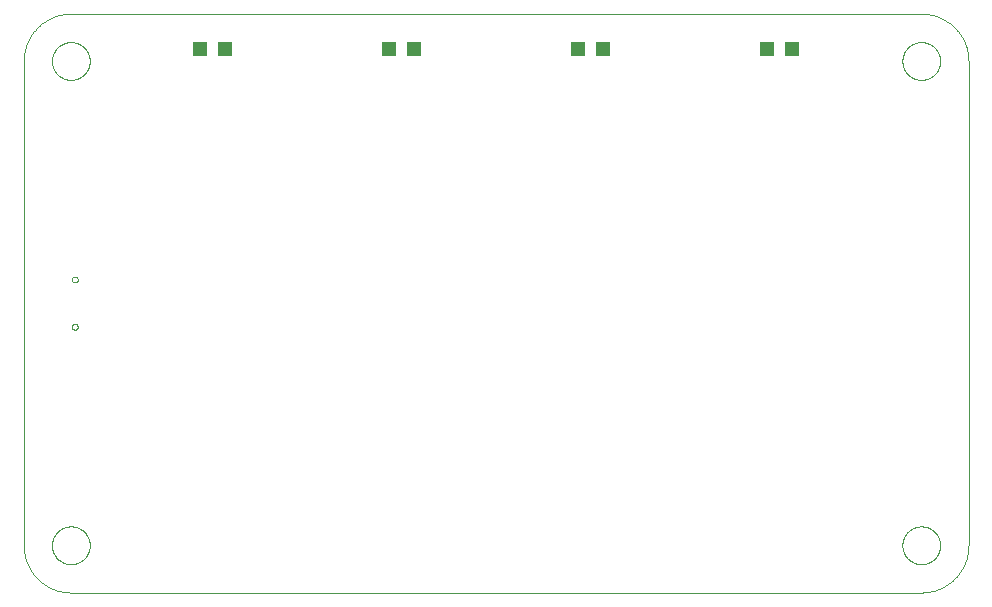
<source format=gbp>
G75*
%MOIN*%
%OFA0B0*%
%FSLAX25Y25*%
%IPPOS*%
%LPD*%
%AMOC8*
5,1,8,0,0,1.08239X$1,22.5*
%
%ADD10R,0.04724X0.04724*%
%ADD11C,0.00000*%
D10*
X0113039Y0235814D03*
X0121307Y0235814D03*
X0176031Y0235814D03*
X0184299Y0235814D03*
X0239024Y0235814D03*
X0247291Y0235814D03*
X0302016Y0235814D03*
X0310283Y0235814D03*
D11*
X0353394Y0054711D02*
X0069929Y0054711D01*
X0063630Y0070459D02*
X0063632Y0070617D01*
X0063638Y0070775D01*
X0063648Y0070933D01*
X0063662Y0071091D01*
X0063680Y0071248D01*
X0063701Y0071405D01*
X0063727Y0071561D01*
X0063757Y0071717D01*
X0063790Y0071872D01*
X0063828Y0072025D01*
X0063869Y0072178D01*
X0063914Y0072330D01*
X0063963Y0072481D01*
X0064016Y0072630D01*
X0064072Y0072778D01*
X0064132Y0072924D01*
X0064196Y0073069D01*
X0064264Y0073212D01*
X0064335Y0073354D01*
X0064409Y0073494D01*
X0064487Y0073631D01*
X0064569Y0073767D01*
X0064653Y0073901D01*
X0064742Y0074032D01*
X0064833Y0074161D01*
X0064928Y0074288D01*
X0065025Y0074413D01*
X0065126Y0074535D01*
X0065230Y0074654D01*
X0065337Y0074771D01*
X0065447Y0074885D01*
X0065560Y0074996D01*
X0065675Y0075105D01*
X0065793Y0075210D01*
X0065914Y0075312D01*
X0066037Y0075412D01*
X0066163Y0075508D01*
X0066291Y0075601D01*
X0066421Y0075691D01*
X0066554Y0075777D01*
X0066689Y0075861D01*
X0066825Y0075940D01*
X0066964Y0076017D01*
X0067105Y0076089D01*
X0067247Y0076159D01*
X0067391Y0076224D01*
X0067537Y0076286D01*
X0067684Y0076344D01*
X0067833Y0076399D01*
X0067983Y0076450D01*
X0068134Y0076497D01*
X0068286Y0076540D01*
X0068439Y0076579D01*
X0068594Y0076615D01*
X0068749Y0076646D01*
X0068905Y0076674D01*
X0069061Y0076698D01*
X0069218Y0076718D01*
X0069376Y0076734D01*
X0069533Y0076746D01*
X0069692Y0076754D01*
X0069850Y0076758D01*
X0070008Y0076758D01*
X0070166Y0076754D01*
X0070325Y0076746D01*
X0070482Y0076734D01*
X0070640Y0076718D01*
X0070797Y0076698D01*
X0070953Y0076674D01*
X0071109Y0076646D01*
X0071264Y0076615D01*
X0071419Y0076579D01*
X0071572Y0076540D01*
X0071724Y0076497D01*
X0071875Y0076450D01*
X0072025Y0076399D01*
X0072174Y0076344D01*
X0072321Y0076286D01*
X0072467Y0076224D01*
X0072611Y0076159D01*
X0072753Y0076089D01*
X0072894Y0076017D01*
X0073033Y0075940D01*
X0073169Y0075861D01*
X0073304Y0075777D01*
X0073437Y0075691D01*
X0073567Y0075601D01*
X0073695Y0075508D01*
X0073821Y0075412D01*
X0073944Y0075312D01*
X0074065Y0075210D01*
X0074183Y0075105D01*
X0074298Y0074996D01*
X0074411Y0074885D01*
X0074521Y0074771D01*
X0074628Y0074654D01*
X0074732Y0074535D01*
X0074833Y0074413D01*
X0074930Y0074288D01*
X0075025Y0074161D01*
X0075116Y0074032D01*
X0075205Y0073901D01*
X0075289Y0073767D01*
X0075371Y0073631D01*
X0075449Y0073494D01*
X0075523Y0073354D01*
X0075594Y0073212D01*
X0075662Y0073069D01*
X0075726Y0072924D01*
X0075786Y0072778D01*
X0075842Y0072630D01*
X0075895Y0072481D01*
X0075944Y0072330D01*
X0075989Y0072178D01*
X0076030Y0072025D01*
X0076068Y0071872D01*
X0076101Y0071717D01*
X0076131Y0071561D01*
X0076157Y0071405D01*
X0076178Y0071248D01*
X0076196Y0071091D01*
X0076210Y0070933D01*
X0076220Y0070775D01*
X0076226Y0070617D01*
X0076228Y0070459D01*
X0076226Y0070301D01*
X0076220Y0070143D01*
X0076210Y0069985D01*
X0076196Y0069827D01*
X0076178Y0069670D01*
X0076157Y0069513D01*
X0076131Y0069357D01*
X0076101Y0069201D01*
X0076068Y0069046D01*
X0076030Y0068893D01*
X0075989Y0068740D01*
X0075944Y0068588D01*
X0075895Y0068437D01*
X0075842Y0068288D01*
X0075786Y0068140D01*
X0075726Y0067994D01*
X0075662Y0067849D01*
X0075594Y0067706D01*
X0075523Y0067564D01*
X0075449Y0067424D01*
X0075371Y0067287D01*
X0075289Y0067151D01*
X0075205Y0067017D01*
X0075116Y0066886D01*
X0075025Y0066757D01*
X0074930Y0066630D01*
X0074833Y0066505D01*
X0074732Y0066383D01*
X0074628Y0066264D01*
X0074521Y0066147D01*
X0074411Y0066033D01*
X0074298Y0065922D01*
X0074183Y0065813D01*
X0074065Y0065708D01*
X0073944Y0065606D01*
X0073821Y0065506D01*
X0073695Y0065410D01*
X0073567Y0065317D01*
X0073437Y0065227D01*
X0073304Y0065141D01*
X0073169Y0065057D01*
X0073033Y0064978D01*
X0072894Y0064901D01*
X0072753Y0064829D01*
X0072611Y0064759D01*
X0072467Y0064694D01*
X0072321Y0064632D01*
X0072174Y0064574D01*
X0072025Y0064519D01*
X0071875Y0064468D01*
X0071724Y0064421D01*
X0071572Y0064378D01*
X0071419Y0064339D01*
X0071264Y0064303D01*
X0071109Y0064272D01*
X0070953Y0064244D01*
X0070797Y0064220D01*
X0070640Y0064200D01*
X0070482Y0064184D01*
X0070325Y0064172D01*
X0070166Y0064164D01*
X0070008Y0064160D01*
X0069850Y0064160D01*
X0069692Y0064164D01*
X0069533Y0064172D01*
X0069376Y0064184D01*
X0069218Y0064200D01*
X0069061Y0064220D01*
X0068905Y0064244D01*
X0068749Y0064272D01*
X0068594Y0064303D01*
X0068439Y0064339D01*
X0068286Y0064378D01*
X0068134Y0064421D01*
X0067983Y0064468D01*
X0067833Y0064519D01*
X0067684Y0064574D01*
X0067537Y0064632D01*
X0067391Y0064694D01*
X0067247Y0064759D01*
X0067105Y0064829D01*
X0066964Y0064901D01*
X0066825Y0064978D01*
X0066689Y0065057D01*
X0066554Y0065141D01*
X0066421Y0065227D01*
X0066291Y0065317D01*
X0066163Y0065410D01*
X0066037Y0065506D01*
X0065914Y0065606D01*
X0065793Y0065708D01*
X0065675Y0065813D01*
X0065560Y0065922D01*
X0065447Y0066033D01*
X0065337Y0066147D01*
X0065230Y0066264D01*
X0065126Y0066383D01*
X0065025Y0066505D01*
X0064928Y0066630D01*
X0064833Y0066757D01*
X0064742Y0066886D01*
X0064653Y0067017D01*
X0064569Y0067151D01*
X0064487Y0067287D01*
X0064409Y0067424D01*
X0064335Y0067564D01*
X0064264Y0067706D01*
X0064196Y0067849D01*
X0064132Y0067994D01*
X0064072Y0068140D01*
X0064016Y0068288D01*
X0063963Y0068437D01*
X0063914Y0068588D01*
X0063869Y0068740D01*
X0063828Y0068893D01*
X0063790Y0069046D01*
X0063757Y0069201D01*
X0063727Y0069357D01*
X0063701Y0069513D01*
X0063680Y0069670D01*
X0063662Y0069827D01*
X0063648Y0069985D01*
X0063638Y0070143D01*
X0063632Y0070301D01*
X0063630Y0070459D01*
X0054181Y0070459D02*
X0054186Y0070078D01*
X0054199Y0069698D01*
X0054222Y0069318D01*
X0054255Y0068939D01*
X0054296Y0068561D01*
X0054346Y0068184D01*
X0054406Y0067808D01*
X0054474Y0067433D01*
X0054552Y0067061D01*
X0054639Y0066690D01*
X0054734Y0066322D01*
X0054839Y0065956D01*
X0054952Y0065593D01*
X0055074Y0065232D01*
X0055204Y0064875D01*
X0055344Y0064521D01*
X0055491Y0064170D01*
X0055648Y0063823D01*
X0055812Y0063480D01*
X0055985Y0063141D01*
X0056166Y0062806D01*
X0056355Y0062475D01*
X0056552Y0062150D01*
X0056756Y0061829D01*
X0056969Y0061513D01*
X0057189Y0061203D01*
X0057416Y0060897D01*
X0057651Y0060598D01*
X0057893Y0060304D01*
X0058141Y0060016D01*
X0058397Y0059734D01*
X0058660Y0059459D01*
X0058929Y0059190D01*
X0059204Y0058927D01*
X0059486Y0058671D01*
X0059774Y0058423D01*
X0060068Y0058181D01*
X0060367Y0057946D01*
X0060673Y0057719D01*
X0060983Y0057499D01*
X0061299Y0057286D01*
X0061620Y0057082D01*
X0061945Y0056885D01*
X0062276Y0056696D01*
X0062611Y0056515D01*
X0062950Y0056342D01*
X0063293Y0056178D01*
X0063640Y0056021D01*
X0063991Y0055874D01*
X0064345Y0055734D01*
X0064702Y0055604D01*
X0065063Y0055482D01*
X0065426Y0055369D01*
X0065792Y0055264D01*
X0066160Y0055169D01*
X0066531Y0055082D01*
X0066903Y0055004D01*
X0067278Y0054936D01*
X0067654Y0054876D01*
X0068031Y0054826D01*
X0068409Y0054785D01*
X0068788Y0054752D01*
X0069168Y0054729D01*
X0069548Y0054716D01*
X0069929Y0054711D01*
X0054181Y0070459D02*
X0054181Y0231877D01*
X0063630Y0231877D02*
X0063632Y0232035D01*
X0063638Y0232193D01*
X0063648Y0232351D01*
X0063662Y0232509D01*
X0063680Y0232666D01*
X0063701Y0232823D01*
X0063727Y0232979D01*
X0063757Y0233135D01*
X0063790Y0233290D01*
X0063828Y0233443D01*
X0063869Y0233596D01*
X0063914Y0233748D01*
X0063963Y0233899D01*
X0064016Y0234048D01*
X0064072Y0234196D01*
X0064132Y0234342D01*
X0064196Y0234487D01*
X0064264Y0234630D01*
X0064335Y0234772D01*
X0064409Y0234912D01*
X0064487Y0235049D01*
X0064569Y0235185D01*
X0064653Y0235319D01*
X0064742Y0235450D01*
X0064833Y0235579D01*
X0064928Y0235706D01*
X0065025Y0235831D01*
X0065126Y0235953D01*
X0065230Y0236072D01*
X0065337Y0236189D01*
X0065447Y0236303D01*
X0065560Y0236414D01*
X0065675Y0236523D01*
X0065793Y0236628D01*
X0065914Y0236730D01*
X0066037Y0236830D01*
X0066163Y0236926D01*
X0066291Y0237019D01*
X0066421Y0237109D01*
X0066554Y0237195D01*
X0066689Y0237279D01*
X0066825Y0237358D01*
X0066964Y0237435D01*
X0067105Y0237507D01*
X0067247Y0237577D01*
X0067391Y0237642D01*
X0067537Y0237704D01*
X0067684Y0237762D01*
X0067833Y0237817D01*
X0067983Y0237868D01*
X0068134Y0237915D01*
X0068286Y0237958D01*
X0068439Y0237997D01*
X0068594Y0238033D01*
X0068749Y0238064D01*
X0068905Y0238092D01*
X0069061Y0238116D01*
X0069218Y0238136D01*
X0069376Y0238152D01*
X0069533Y0238164D01*
X0069692Y0238172D01*
X0069850Y0238176D01*
X0070008Y0238176D01*
X0070166Y0238172D01*
X0070325Y0238164D01*
X0070482Y0238152D01*
X0070640Y0238136D01*
X0070797Y0238116D01*
X0070953Y0238092D01*
X0071109Y0238064D01*
X0071264Y0238033D01*
X0071419Y0237997D01*
X0071572Y0237958D01*
X0071724Y0237915D01*
X0071875Y0237868D01*
X0072025Y0237817D01*
X0072174Y0237762D01*
X0072321Y0237704D01*
X0072467Y0237642D01*
X0072611Y0237577D01*
X0072753Y0237507D01*
X0072894Y0237435D01*
X0073033Y0237358D01*
X0073169Y0237279D01*
X0073304Y0237195D01*
X0073437Y0237109D01*
X0073567Y0237019D01*
X0073695Y0236926D01*
X0073821Y0236830D01*
X0073944Y0236730D01*
X0074065Y0236628D01*
X0074183Y0236523D01*
X0074298Y0236414D01*
X0074411Y0236303D01*
X0074521Y0236189D01*
X0074628Y0236072D01*
X0074732Y0235953D01*
X0074833Y0235831D01*
X0074930Y0235706D01*
X0075025Y0235579D01*
X0075116Y0235450D01*
X0075205Y0235319D01*
X0075289Y0235185D01*
X0075371Y0235049D01*
X0075449Y0234912D01*
X0075523Y0234772D01*
X0075594Y0234630D01*
X0075662Y0234487D01*
X0075726Y0234342D01*
X0075786Y0234196D01*
X0075842Y0234048D01*
X0075895Y0233899D01*
X0075944Y0233748D01*
X0075989Y0233596D01*
X0076030Y0233443D01*
X0076068Y0233290D01*
X0076101Y0233135D01*
X0076131Y0232979D01*
X0076157Y0232823D01*
X0076178Y0232666D01*
X0076196Y0232509D01*
X0076210Y0232351D01*
X0076220Y0232193D01*
X0076226Y0232035D01*
X0076228Y0231877D01*
X0076226Y0231719D01*
X0076220Y0231561D01*
X0076210Y0231403D01*
X0076196Y0231245D01*
X0076178Y0231088D01*
X0076157Y0230931D01*
X0076131Y0230775D01*
X0076101Y0230619D01*
X0076068Y0230464D01*
X0076030Y0230311D01*
X0075989Y0230158D01*
X0075944Y0230006D01*
X0075895Y0229855D01*
X0075842Y0229706D01*
X0075786Y0229558D01*
X0075726Y0229412D01*
X0075662Y0229267D01*
X0075594Y0229124D01*
X0075523Y0228982D01*
X0075449Y0228842D01*
X0075371Y0228705D01*
X0075289Y0228569D01*
X0075205Y0228435D01*
X0075116Y0228304D01*
X0075025Y0228175D01*
X0074930Y0228048D01*
X0074833Y0227923D01*
X0074732Y0227801D01*
X0074628Y0227682D01*
X0074521Y0227565D01*
X0074411Y0227451D01*
X0074298Y0227340D01*
X0074183Y0227231D01*
X0074065Y0227126D01*
X0073944Y0227024D01*
X0073821Y0226924D01*
X0073695Y0226828D01*
X0073567Y0226735D01*
X0073437Y0226645D01*
X0073304Y0226559D01*
X0073169Y0226475D01*
X0073033Y0226396D01*
X0072894Y0226319D01*
X0072753Y0226247D01*
X0072611Y0226177D01*
X0072467Y0226112D01*
X0072321Y0226050D01*
X0072174Y0225992D01*
X0072025Y0225937D01*
X0071875Y0225886D01*
X0071724Y0225839D01*
X0071572Y0225796D01*
X0071419Y0225757D01*
X0071264Y0225721D01*
X0071109Y0225690D01*
X0070953Y0225662D01*
X0070797Y0225638D01*
X0070640Y0225618D01*
X0070482Y0225602D01*
X0070325Y0225590D01*
X0070166Y0225582D01*
X0070008Y0225578D01*
X0069850Y0225578D01*
X0069692Y0225582D01*
X0069533Y0225590D01*
X0069376Y0225602D01*
X0069218Y0225618D01*
X0069061Y0225638D01*
X0068905Y0225662D01*
X0068749Y0225690D01*
X0068594Y0225721D01*
X0068439Y0225757D01*
X0068286Y0225796D01*
X0068134Y0225839D01*
X0067983Y0225886D01*
X0067833Y0225937D01*
X0067684Y0225992D01*
X0067537Y0226050D01*
X0067391Y0226112D01*
X0067247Y0226177D01*
X0067105Y0226247D01*
X0066964Y0226319D01*
X0066825Y0226396D01*
X0066689Y0226475D01*
X0066554Y0226559D01*
X0066421Y0226645D01*
X0066291Y0226735D01*
X0066163Y0226828D01*
X0066037Y0226924D01*
X0065914Y0227024D01*
X0065793Y0227126D01*
X0065675Y0227231D01*
X0065560Y0227340D01*
X0065447Y0227451D01*
X0065337Y0227565D01*
X0065230Y0227682D01*
X0065126Y0227801D01*
X0065025Y0227923D01*
X0064928Y0228048D01*
X0064833Y0228175D01*
X0064742Y0228304D01*
X0064653Y0228435D01*
X0064569Y0228569D01*
X0064487Y0228705D01*
X0064409Y0228842D01*
X0064335Y0228982D01*
X0064264Y0229124D01*
X0064196Y0229267D01*
X0064132Y0229412D01*
X0064072Y0229558D01*
X0064016Y0229706D01*
X0063963Y0229855D01*
X0063914Y0230006D01*
X0063869Y0230158D01*
X0063828Y0230311D01*
X0063790Y0230464D01*
X0063757Y0230619D01*
X0063727Y0230775D01*
X0063701Y0230931D01*
X0063680Y0231088D01*
X0063662Y0231245D01*
X0063648Y0231403D01*
X0063638Y0231561D01*
X0063632Y0231719D01*
X0063630Y0231877D01*
X0054181Y0231877D02*
X0054186Y0232258D01*
X0054199Y0232638D01*
X0054222Y0233018D01*
X0054255Y0233397D01*
X0054296Y0233775D01*
X0054346Y0234152D01*
X0054406Y0234528D01*
X0054474Y0234903D01*
X0054552Y0235275D01*
X0054639Y0235646D01*
X0054734Y0236014D01*
X0054839Y0236380D01*
X0054952Y0236743D01*
X0055074Y0237104D01*
X0055204Y0237461D01*
X0055344Y0237815D01*
X0055491Y0238166D01*
X0055648Y0238513D01*
X0055812Y0238856D01*
X0055985Y0239195D01*
X0056166Y0239530D01*
X0056355Y0239861D01*
X0056552Y0240186D01*
X0056756Y0240507D01*
X0056969Y0240823D01*
X0057189Y0241133D01*
X0057416Y0241439D01*
X0057651Y0241738D01*
X0057893Y0242032D01*
X0058141Y0242320D01*
X0058397Y0242602D01*
X0058660Y0242877D01*
X0058929Y0243146D01*
X0059204Y0243409D01*
X0059486Y0243665D01*
X0059774Y0243913D01*
X0060068Y0244155D01*
X0060367Y0244390D01*
X0060673Y0244617D01*
X0060983Y0244837D01*
X0061299Y0245050D01*
X0061620Y0245254D01*
X0061945Y0245451D01*
X0062276Y0245640D01*
X0062611Y0245821D01*
X0062950Y0245994D01*
X0063293Y0246158D01*
X0063640Y0246315D01*
X0063991Y0246462D01*
X0064345Y0246602D01*
X0064702Y0246732D01*
X0065063Y0246854D01*
X0065426Y0246967D01*
X0065792Y0247072D01*
X0066160Y0247167D01*
X0066531Y0247254D01*
X0066903Y0247332D01*
X0067278Y0247400D01*
X0067654Y0247460D01*
X0068031Y0247510D01*
X0068409Y0247551D01*
X0068788Y0247584D01*
X0069168Y0247607D01*
X0069548Y0247620D01*
X0069929Y0247625D01*
X0353394Y0247625D01*
X0347095Y0231877D02*
X0347097Y0232035D01*
X0347103Y0232193D01*
X0347113Y0232351D01*
X0347127Y0232509D01*
X0347145Y0232666D01*
X0347166Y0232823D01*
X0347192Y0232979D01*
X0347222Y0233135D01*
X0347255Y0233290D01*
X0347293Y0233443D01*
X0347334Y0233596D01*
X0347379Y0233748D01*
X0347428Y0233899D01*
X0347481Y0234048D01*
X0347537Y0234196D01*
X0347597Y0234342D01*
X0347661Y0234487D01*
X0347729Y0234630D01*
X0347800Y0234772D01*
X0347874Y0234912D01*
X0347952Y0235049D01*
X0348034Y0235185D01*
X0348118Y0235319D01*
X0348207Y0235450D01*
X0348298Y0235579D01*
X0348393Y0235706D01*
X0348490Y0235831D01*
X0348591Y0235953D01*
X0348695Y0236072D01*
X0348802Y0236189D01*
X0348912Y0236303D01*
X0349025Y0236414D01*
X0349140Y0236523D01*
X0349258Y0236628D01*
X0349379Y0236730D01*
X0349502Y0236830D01*
X0349628Y0236926D01*
X0349756Y0237019D01*
X0349886Y0237109D01*
X0350019Y0237195D01*
X0350154Y0237279D01*
X0350290Y0237358D01*
X0350429Y0237435D01*
X0350570Y0237507D01*
X0350712Y0237577D01*
X0350856Y0237642D01*
X0351002Y0237704D01*
X0351149Y0237762D01*
X0351298Y0237817D01*
X0351448Y0237868D01*
X0351599Y0237915D01*
X0351751Y0237958D01*
X0351904Y0237997D01*
X0352059Y0238033D01*
X0352214Y0238064D01*
X0352370Y0238092D01*
X0352526Y0238116D01*
X0352683Y0238136D01*
X0352841Y0238152D01*
X0352998Y0238164D01*
X0353157Y0238172D01*
X0353315Y0238176D01*
X0353473Y0238176D01*
X0353631Y0238172D01*
X0353790Y0238164D01*
X0353947Y0238152D01*
X0354105Y0238136D01*
X0354262Y0238116D01*
X0354418Y0238092D01*
X0354574Y0238064D01*
X0354729Y0238033D01*
X0354884Y0237997D01*
X0355037Y0237958D01*
X0355189Y0237915D01*
X0355340Y0237868D01*
X0355490Y0237817D01*
X0355639Y0237762D01*
X0355786Y0237704D01*
X0355932Y0237642D01*
X0356076Y0237577D01*
X0356218Y0237507D01*
X0356359Y0237435D01*
X0356498Y0237358D01*
X0356634Y0237279D01*
X0356769Y0237195D01*
X0356902Y0237109D01*
X0357032Y0237019D01*
X0357160Y0236926D01*
X0357286Y0236830D01*
X0357409Y0236730D01*
X0357530Y0236628D01*
X0357648Y0236523D01*
X0357763Y0236414D01*
X0357876Y0236303D01*
X0357986Y0236189D01*
X0358093Y0236072D01*
X0358197Y0235953D01*
X0358298Y0235831D01*
X0358395Y0235706D01*
X0358490Y0235579D01*
X0358581Y0235450D01*
X0358670Y0235319D01*
X0358754Y0235185D01*
X0358836Y0235049D01*
X0358914Y0234912D01*
X0358988Y0234772D01*
X0359059Y0234630D01*
X0359127Y0234487D01*
X0359191Y0234342D01*
X0359251Y0234196D01*
X0359307Y0234048D01*
X0359360Y0233899D01*
X0359409Y0233748D01*
X0359454Y0233596D01*
X0359495Y0233443D01*
X0359533Y0233290D01*
X0359566Y0233135D01*
X0359596Y0232979D01*
X0359622Y0232823D01*
X0359643Y0232666D01*
X0359661Y0232509D01*
X0359675Y0232351D01*
X0359685Y0232193D01*
X0359691Y0232035D01*
X0359693Y0231877D01*
X0359691Y0231719D01*
X0359685Y0231561D01*
X0359675Y0231403D01*
X0359661Y0231245D01*
X0359643Y0231088D01*
X0359622Y0230931D01*
X0359596Y0230775D01*
X0359566Y0230619D01*
X0359533Y0230464D01*
X0359495Y0230311D01*
X0359454Y0230158D01*
X0359409Y0230006D01*
X0359360Y0229855D01*
X0359307Y0229706D01*
X0359251Y0229558D01*
X0359191Y0229412D01*
X0359127Y0229267D01*
X0359059Y0229124D01*
X0358988Y0228982D01*
X0358914Y0228842D01*
X0358836Y0228705D01*
X0358754Y0228569D01*
X0358670Y0228435D01*
X0358581Y0228304D01*
X0358490Y0228175D01*
X0358395Y0228048D01*
X0358298Y0227923D01*
X0358197Y0227801D01*
X0358093Y0227682D01*
X0357986Y0227565D01*
X0357876Y0227451D01*
X0357763Y0227340D01*
X0357648Y0227231D01*
X0357530Y0227126D01*
X0357409Y0227024D01*
X0357286Y0226924D01*
X0357160Y0226828D01*
X0357032Y0226735D01*
X0356902Y0226645D01*
X0356769Y0226559D01*
X0356634Y0226475D01*
X0356498Y0226396D01*
X0356359Y0226319D01*
X0356218Y0226247D01*
X0356076Y0226177D01*
X0355932Y0226112D01*
X0355786Y0226050D01*
X0355639Y0225992D01*
X0355490Y0225937D01*
X0355340Y0225886D01*
X0355189Y0225839D01*
X0355037Y0225796D01*
X0354884Y0225757D01*
X0354729Y0225721D01*
X0354574Y0225690D01*
X0354418Y0225662D01*
X0354262Y0225638D01*
X0354105Y0225618D01*
X0353947Y0225602D01*
X0353790Y0225590D01*
X0353631Y0225582D01*
X0353473Y0225578D01*
X0353315Y0225578D01*
X0353157Y0225582D01*
X0352998Y0225590D01*
X0352841Y0225602D01*
X0352683Y0225618D01*
X0352526Y0225638D01*
X0352370Y0225662D01*
X0352214Y0225690D01*
X0352059Y0225721D01*
X0351904Y0225757D01*
X0351751Y0225796D01*
X0351599Y0225839D01*
X0351448Y0225886D01*
X0351298Y0225937D01*
X0351149Y0225992D01*
X0351002Y0226050D01*
X0350856Y0226112D01*
X0350712Y0226177D01*
X0350570Y0226247D01*
X0350429Y0226319D01*
X0350290Y0226396D01*
X0350154Y0226475D01*
X0350019Y0226559D01*
X0349886Y0226645D01*
X0349756Y0226735D01*
X0349628Y0226828D01*
X0349502Y0226924D01*
X0349379Y0227024D01*
X0349258Y0227126D01*
X0349140Y0227231D01*
X0349025Y0227340D01*
X0348912Y0227451D01*
X0348802Y0227565D01*
X0348695Y0227682D01*
X0348591Y0227801D01*
X0348490Y0227923D01*
X0348393Y0228048D01*
X0348298Y0228175D01*
X0348207Y0228304D01*
X0348118Y0228435D01*
X0348034Y0228569D01*
X0347952Y0228705D01*
X0347874Y0228842D01*
X0347800Y0228982D01*
X0347729Y0229124D01*
X0347661Y0229267D01*
X0347597Y0229412D01*
X0347537Y0229558D01*
X0347481Y0229706D01*
X0347428Y0229855D01*
X0347379Y0230006D01*
X0347334Y0230158D01*
X0347293Y0230311D01*
X0347255Y0230464D01*
X0347222Y0230619D01*
X0347192Y0230775D01*
X0347166Y0230931D01*
X0347145Y0231088D01*
X0347127Y0231245D01*
X0347113Y0231403D01*
X0347103Y0231561D01*
X0347097Y0231719D01*
X0347095Y0231877D01*
X0353394Y0247625D02*
X0353775Y0247620D01*
X0354155Y0247607D01*
X0354535Y0247584D01*
X0354914Y0247551D01*
X0355292Y0247510D01*
X0355669Y0247460D01*
X0356045Y0247400D01*
X0356420Y0247332D01*
X0356792Y0247254D01*
X0357163Y0247167D01*
X0357531Y0247072D01*
X0357897Y0246967D01*
X0358260Y0246854D01*
X0358621Y0246732D01*
X0358978Y0246602D01*
X0359332Y0246462D01*
X0359683Y0246315D01*
X0360030Y0246158D01*
X0360373Y0245994D01*
X0360712Y0245821D01*
X0361047Y0245640D01*
X0361378Y0245451D01*
X0361703Y0245254D01*
X0362024Y0245050D01*
X0362340Y0244837D01*
X0362650Y0244617D01*
X0362956Y0244390D01*
X0363255Y0244155D01*
X0363549Y0243913D01*
X0363837Y0243665D01*
X0364119Y0243409D01*
X0364394Y0243146D01*
X0364663Y0242877D01*
X0364926Y0242602D01*
X0365182Y0242320D01*
X0365430Y0242032D01*
X0365672Y0241738D01*
X0365907Y0241439D01*
X0366134Y0241133D01*
X0366354Y0240823D01*
X0366567Y0240507D01*
X0366771Y0240186D01*
X0366968Y0239861D01*
X0367157Y0239530D01*
X0367338Y0239195D01*
X0367511Y0238856D01*
X0367675Y0238513D01*
X0367832Y0238166D01*
X0367979Y0237815D01*
X0368119Y0237461D01*
X0368249Y0237104D01*
X0368371Y0236743D01*
X0368484Y0236380D01*
X0368589Y0236014D01*
X0368684Y0235646D01*
X0368771Y0235275D01*
X0368849Y0234903D01*
X0368917Y0234528D01*
X0368977Y0234152D01*
X0369027Y0233775D01*
X0369068Y0233397D01*
X0369101Y0233018D01*
X0369124Y0232638D01*
X0369137Y0232258D01*
X0369142Y0231877D01*
X0369142Y0070459D01*
X0347095Y0070459D02*
X0347097Y0070617D01*
X0347103Y0070775D01*
X0347113Y0070933D01*
X0347127Y0071091D01*
X0347145Y0071248D01*
X0347166Y0071405D01*
X0347192Y0071561D01*
X0347222Y0071717D01*
X0347255Y0071872D01*
X0347293Y0072025D01*
X0347334Y0072178D01*
X0347379Y0072330D01*
X0347428Y0072481D01*
X0347481Y0072630D01*
X0347537Y0072778D01*
X0347597Y0072924D01*
X0347661Y0073069D01*
X0347729Y0073212D01*
X0347800Y0073354D01*
X0347874Y0073494D01*
X0347952Y0073631D01*
X0348034Y0073767D01*
X0348118Y0073901D01*
X0348207Y0074032D01*
X0348298Y0074161D01*
X0348393Y0074288D01*
X0348490Y0074413D01*
X0348591Y0074535D01*
X0348695Y0074654D01*
X0348802Y0074771D01*
X0348912Y0074885D01*
X0349025Y0074996D01*
X0349140Y0075105D01*
X0349258Y0075210D01*
X0349379Y0075312D01*
X0349502Y0075412D01*
X0349628Y0075508D01*
X0349756Y0075601D01*
X0349886Y0075691D01*
X0350019Y0075777D01*
X0350154Y0075861D01*
X0350290Y0075940D01*
X0350429Y0076017D01*
X0350570Y0076089D01*
X0350712Y0076159D01*
X0350856Y0076224D01*
X0351002Y0076286D01*
X0351149Y0076344D01*
X0351298Y0076399D01*
X0351448Y0076450D01*
X0351599Y0076497D01*
X0351751Y0076540D01*
X0351904Y0076579D01*
X0352059Y0076615D01*
X0352214Y0076646D01*
X0352370Y0076674D01*
X0352526Y0076698D01*
X0352683Y0076718D01*
X0352841Y0076734D01*
X0352998Y0076746D01*
X0353157Y0076754D01*
X0353315Y0076758D01*
X0353473Y0076758D01*
X0353631Y0076754D01*
X0353790Y0076746D01*
X0353947Y0076734D01*
X0354105Y0076718D01*
X0354262Y0076698D01*
X0354418Y0076674D01*
X0354574Y0076646D01*
X0354729Y0076615D01*
X0354884Y0076579D01*
X0355037Y0076540D01*
X0355189Y0076497D01*
X0355340Y0076450D01*
X0355490Y0076399D01*
X0355639Y0076344D01*
X0355786Y0076286D01*
X0355932Y0076224D01*
X0356076Y0076159D01*
X0356218Y0076089D01*
X0356359Y0076017D01*
X0356498Y0075940D01*
X0356634Y0075861D01*
X0356769Y0075777D01*
X0356902Y0075691D01*
X0357032Y0075601D01*
X0357160Y0075508D01*
X0357286Y0075412D01*
X0357409Y0075312D01*
X0357530Y0075210D01*
X0357648Y0075105D01*
X0357763Y0074996D01*
X0357876Y0074885D01*
X0357986Y0074771D01*
X0358093Y0074654D01*
X0358197Y0074535D01*
X0358298Y0074413D01*
X0358395Y0074288D01*
X0358490Y0074161D01*
X0358581Y0074032D01*
X0358670Y0073901D01*
X0358754Y0073767D01*
X0358836Y0073631D01*
X0358914Y0073494D01*
X0358988Y0073354D01*
X0359059Y0073212D01*
X0359127Y0073069D01*
X0359191Y0072924D01*
X0359251Y0072778D01*
X0359307Y0072630D01*
X0359360Y0072481D01*
X0359409Y0072330D01*
X0359454Y0072178D01*
X0359495Y0072025D01*
X0359533Y0071872D01*
X0359566Y0071717D01*
X0359596Y0071561D01*
X0359622Y0071405D01*
X0359643Y0071248D01*
X0359661Y0071091D01*
X0359675Y0070933D01*
X0359685Y0070775D01*
X0359691Y0070617D01*
X0359693Y0070459D01*
X0359691Y0070301D01*
X0359685Y0070143D01*
X0359675Y0069985D01*
X0359661Y0069827D01*
X0359643Y0069670D01*
X0359622Y0069513D01*
X0359596Y0069357D01*
X0359566Y0069201D01*
X0359533Y0069046D01*
X0359495Y0068893D01*
X0359454Y0068740D01*
X0359409Y0068588D01*
X0359360Y0068437D01*
X0359307Y0068288D01*
X0359251Y0068140D01*
X0359191Y0067994D01*
X0359127Y0067849D01*
X0359059Y0067706D01*
X0358988Y0067564D01*
X0358914Y0067424D01*
X0358836Y0067287D01*
X0358754Y0067151D01*
X0358670Y0067017D01*
X0358581Y0066886D01*
X0358490Y0066757D01*
X0358395Y0066630D01*
X0358298Y0066505D01*
X0358197Y0066383D01*
X0358093Y0066264D01*
X0357986Y0066147D01*
X0357876Y0066033D01*
X0357763Y0065922D01*
X0357648Y0065813D01*
X0357530Y0065708D01*
X0357409Y0065606D01*
X0357286Y0065506D01*
X0357160Y0065410D01*
X0357032Y0065317D01*
X0356902Y0065227D01*
X0356769Y0065141D01*
X0356634Y0065057D01*
X0356498Y0064978D01*
X0356359Y0064901D01*
X0356218Y0064829D01*
X0356076Y0064759D01*
X0355932Y0064694D01*
X0355786Y0064632D01*
X0355639Y0064574D01*
X0355490Y0064519D01*
X0355340Y0064468D01*
X0355189Y0064421D01*
X0355037Y0064378D01*
X0354884Y0064339D01*
X0354729Y0064303D01*
X0354574Y0064272D01*
X0354418Y0064244D01*
X0354262Y0064220D01*
X0354105Y0064200D01*
X0353947Y0064184D01*
X0353790Y0064172D01*
X0353631Y0064164D01*
X0353473Y0064160D01*
X0353315Y0064160D01*
X0353157Y0064164D01*
X0352998Y0064172D01*
X0352841Y0064184D01*
X0352683Y0064200D01*
X0352526Y0064220D01*
X0352370Y0064244D01*
X0352214Y0064272D01*
X0352059Y0064303D01*
X0351904Y0064339D01*
X0351751Y0064378D01*
X0351599Y0064421D01*
X0351448Y0064468D01*
X0351298Y0064519D01*
X0351149Y0064574D01*
X0351002Y0064632D01*
X0350856Y0064694D01*
X0350712Y0064759D01*
X0350570Y0064829D01*
X0350429Y0064901D01*
X0350290Y0064978D01*
X0350154Y0065057D01*
X0350019Y0065141D01*
X0349886Y0065227D01*
X0349756Y0065317D01*
X0349628Y0065410D01*
X0349502Y0065506D01*
X0349379Y0065606D01*
X0349258Y0065708D01*
X0349140Y0065813D01*
X0349025Y0065922D01*
X0348912Y0066033D01*
X0348802Y0066147D01*
X0348695Y0066264D01*
X0348591Y0066383D01*
X0348490Y0066505D01*
X0348393Y0066630D01*
X0348298Y0066757D01*
X0348207Y0066886D01*
X0348118Y0067017D01*
X0348034Y0067151D01*
X0347952Y0067287D01*
X0347874Y0067424D01*
X0347800Y0067564D01*
X0347729Y0067706D01*
X0347661Y0067849D01*
X0347597Y0067994D01*
X0347537Y0068140D01*
X0347481Y0068288D01*
X0347428Y0068437D01*
X0347379Y0068588D01*
X0347334Y0068740D01*
X0347293Y0068893D01*
X0347255Y0069046D01*
X0347222Y0069201D01*
X0347192Y0069357D01*
X0347166Y0069513D01*
X0347145Y0069670D01*
X0347127Y0069827D01*
X0347113Y0069985D01*
X0347103Y0070143D01*
X0347097Y0070301D01*
X0347095Y0070459D01*
X0353394Y0054711D02*
X0353775Y0054716D01*
X0354155Y0054729D01*
X0354535Y0054752D01*
X0354914Y0054785D01*
X0355292Y0054826D01*
X0355669Y0054876D01*
X0356045Y0054936D01*
X0356420Y0055004D01*
X0356792Y0055082D01*
X0357163Y0055169D01*
X0357531Y0055264D01*
X0357897Y0055369D01*
X0358260Y0055482D01*
X0358621Y0055604D01*
X0358978Y0055734D01*
X0359332Y0055874D01*
X0359683Y0056021D01*
X0360030Y0056178D01*
X0360373Y0056342D01*
X0360712Y0056515D01*
X0361047Y0056696D01*
X0361378Y0056885D01*
X0361703Y0057082D01*
X0362024Y0057286D01*
X0362340Y0057499D01*
X0362650Y0057719D01*
X0362956Y0057946D01*
X0363255Y0058181D01*
X0363549Y0058423D01*
X0363837Y0058671D01*
X0364119Y0058927D01*
X0364394Y0059190D01*
X0364663Y0059459D01*
X0364926Y0059734D01*
X0365182Y0060016D01*
X0365430Y0060304D01*
X0365672Y0060598D01*
X0365907Y0060897D01*
X0366134Y0061203D01*
X0366354Y0061513D01*
X0366567Y0061829D01*
X0366771Y0062150D01*
X0366968Y0062475D01*
X0367157Y0062806D01*
X0367338Y0063141D01*
X0367511Y0063480D01*
X0367675Y0063823D01*
X0367832Y0064170D01*
X0367979Y0064521D01*
X0368119Y0064875D01*
X0368249Y0065232D01*
X0368371Y0065593D01*
X0368484Y0065956D01*
X0368589Y0066322D01*
X0368684Y0066690D01*
X0368771Y0067061D01*
X0368849Y0067433D01*
X0368917Y0067808D01*
X0368977Y0068184D01*
X0369027Y0068561D01*
X0369068Y0068939D01*
X0369101Y0069318D01*
X0369124Y0069698D01*
X0369137Y0070078D01*
X0369142Y0070459D01*
X0070237Y0143294D02*
X0070239Y0143356D01*
X0070245Y0143419D01*
X0070255Y0143480D01*
X0070269Y0143541D01*
X0070286Y0143601D01*
X0070307Y0143660D01*
X0070333Y0143717D01*
X0070361Y0143772D01*
X0070393Y0143826D01*
X0070429Y0143877D01*
X0070467Y0143927D01*
X0070509Y0143973D01*
X0070553Y0144017D01*
X0070601Y0144058D01*
X0070650Y0144096D01*
X0070702Y0144130D01*
X0070756Y0144161D01*
X0070812Y0144189D01*
X0070870Y0144213D01*
X0070929Y0144234D01*
X0070989Y0144250D01*
X0071050Y0144263D01*
X0071112Y0144272D01*
X0071174Y0144277D01*
X0071237Y0144278D01*
X0071299Y0144275D01*
X0071361Y0144268D01*
X0071423Y0144257D01*
X0071483Y0144242D01*
X0071543Y0144224D01*
X0071601Y0144202D01*
X0071658Y0144176D01*
X0071713Y0144146D01*
X0071766Y0144113D01*
X0071817Y0144077D01*
X0071865Y0144038D01*
X0071911Y0143995D01*
X0071954Y0143950D01*
X0071994Y0143902D01*
X0072031Y0143852D01*
X0072065Y0143799D01*
X0072096Y0143745D01*
X0072122Y0143689D01*
X0072146Y0143631D01*
X0072165Y0143571D01*
X0072181Y0143511D01*
X0072193Y0143449D01*
X0072201Y0143388D01*
X0072205Y0143325D01*
X0072205Y0143263D01*
X0072201Y0143200D01*
X0072193Y0143139D01*
X0072181Y0143077D01*
X0072165Y0143017D01*
X0072146Y0142957D01*
X0072122Y0142899D01*
X0072096Y0142843D01*
X0072065Y0142789D01*
X0072031Y0142736D01*
X0071994Y0142686D01*
X0071954Y0142638D01*
X0071911Y0142593D01*
X0071865Y0142550D01*
X0071817Y0142511D01*
X0071766Y0142475D01*
X0071713Y0142442D01*
X0071658Y0142412D01*
X0071601Y0142386D01*
X0071543Y0142364D01*
X0071483Y0142346D01*
X0071423Y0142331D01*
X0071361Y0142320D01*
X0071299Y0142313D01*
X0071237Y0142310D01*
X0071174Y0142311D01*
X0071112Y0142316D01*
X0071050Y0142325D01*
X0070989Y0142338D01*
X0070929Y0142354D01*
X0070870Y0142375D01*
X0070812Y0142399D01*
X0070756Y0142427D01*
X0070702Y0142458D01*
X0070650Y0142492D01*
X0070601Y0142530D01*
X0070553Y0142571D01*
X0070509Y0142615D01*
X0070467Y0142661D01*
X0070429Y0142711D01*
X0070393Y0142762D01*
X0070361Y0142816D01*
X0070333Y0142871D01*
X0070307Y0142928D01*
X0070286Y0142987D01*
X0070269Y0143047D01*
X0070255Y0143108D01*
X0070245Y0143169D01*
X0070239Y0143232D01*
X0070237Y0143294D01*
X0070237Y0159042D02*
X0070239Y0159104D01*
X0070245Y0159167D01*
X0070255Y0159228D01*
X0070269Y0159289D01*
X0070286Y0159349D01*
X0070307Y0159408D01*
X0070333Y0159465D01*
X0070361Y0159520D01*
X0070393Y0159574D01*
X0070429Y0159625D01*
X0070467Y0159675D01*
X0070509Y0159721D01*
X0070553Y0159765D01*
X0070601Y0159806D01*
X0070650Y0159844D01*
X0070702Y0159878D01*
X0070756Y0159909D01*
X0070812Y0159937D01*
X0070870Y0159961D01*
X0070929Y0159982D01*
X0070989Y0159998D01*
X0071050Y0160011D01*
X0071112Y0160020D01*
X0071174Y0160025D01*
X0071237Y0160026D01*
X0071299Y0160023D01*
X0071361Y0160016D01*
X0071423Y0160005D01*
X0071483Y0159990D01*
X0071543Y0159972D01*
X0071601Y0159950D01*
X0071658Y0159924D01*
X0071713Y0159894D01*
X0071766Y0159861D01*
X0071817Y0159825D01*
X0071865Y0159786D01*
X0071911Y0159743D01*
X0071954Y0159698D01*
X0071994Y0159650D01*
X0072031Y0159600D01*
X0072065Y0159547D01*
X0072096Y0159493D01*
X0072122Y0159437D01*
X0072146Y0159379D01*
X0072165Y0159319D01*
X0072181Y0159259D01*
X0072193Y0159197D01*
X0072201Y0159136D01*
X0072205Y0159073D01*
X0072205Y0159011D01*
X0072201Y0158948D01*
X0072193Y0158887D01*
X0072181Y0158825D01*
X0072165Y0158765D01*
X0072146Y0158705D01*
X0072122Y0158647D01*
X0072096Y0158591D01*
X0072065Y0158537D01*
X0072031Y0158484D01*
X0071994Y0158434D01*
X0071954Y0158386D01*
X0071911Y0158341D01*
X0071865Y0158298D01*
X0071817Y0158259D01*
X0071766Y0158223D01*
X0071713Y0158190D01*
X0071658Y0158160D01*
X0071601Y0158134D01*
X0071543Y0158112D01*
X0071483Y0158094D01*
X0071423Y0158079D01*
X0071361Y0158068D01*
X0071299Y0158061D01*
X0071237Y0158058D01*
X0071174Y0158059D01*
X0071112Y0158064D01*
X0071050Y0158073D01*
X0070989Y0158086D01*
X0070929Y0158102D01*
X0070870Y0158123D01*
X0070812Y0158147D01*
X0070756Y0158175D01*
X0070702Y0158206D01*
X0070650Y0158240D01*
X0070601Y0158278D01*
X0070553Y0158319D01*
X0070509Y0158363D01*
X0070467Y0158409D01*
X0070429Y0158459D01*
X0070393Y0158510D01*
X0070361Y0158564D01*
X0070333Y0158619D01*
X0070307Y0158676D01*
X0070286Y0158735D01*
X0070269Y0158795D01*
X0070255Y0158856D01*
X0070245Y0158917D01*
X0070239Y0158980D01*
X0070237Y0159042D01*
M02*

</source>
